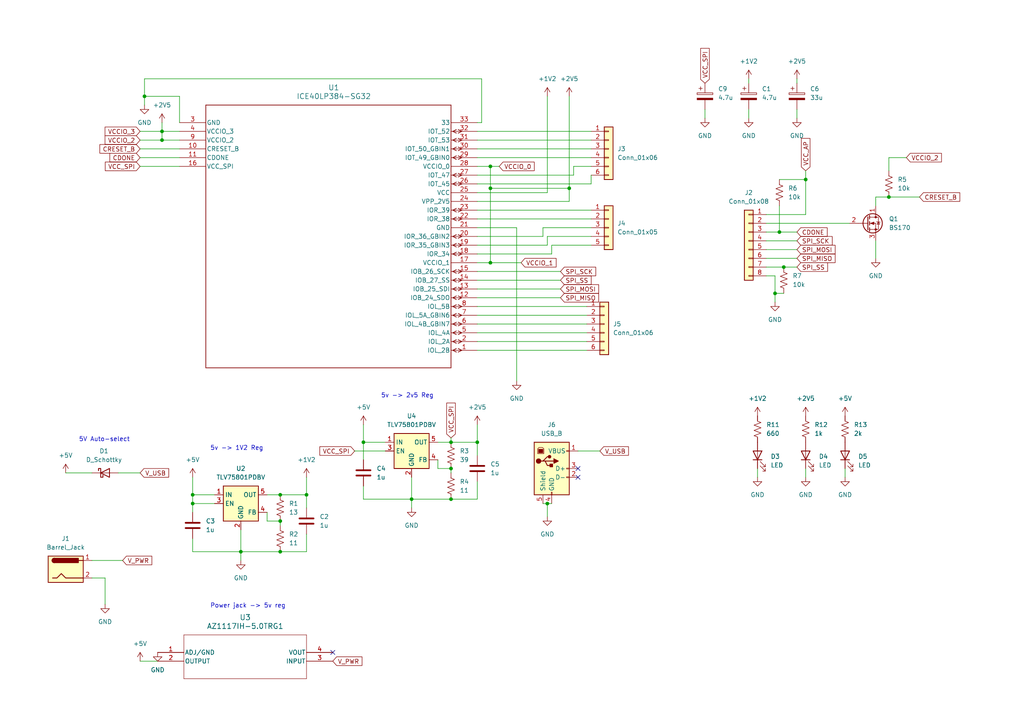
<source format=kicad_sch>
(kicad_sch (version 20230121) (generator eeschema)
  (paper "A4")
  (lib_symbols
    (symbol "AZ1117IH_5p0TRG1:AZ1117IH-5.0TRG1" (pin_names (offset 0.254))
      (property "Reference" "U" (at 25.4 10.16 0))
      (property "Value" "AZ1117IH-5.0TRG1" (at 25.4 7.62 0))
      (symbol "AZ1117IH-5.0TRG1_0_1"
        (polyline (pts (xy 7.62 -7.62) (xy 43.18 -7.62)) (stroke (width 0.127)))
        (polyline (pts (xy 7.62 5.08) (xy 7.62 -7.62)) (stroke (width 0.127)))
        (polyline (pts (xy 43.18 -7.62) (xy 43.18 5.08)) (stroke (width 0.127)))
        (polyline (pts (xy 43.18 5.08) (xy 7.62 5.08)) (stroke (width 0.127)))
        (pin power_out line (at 0 0 0) (length 7.62) (name "ADJ/GND") (number "1"))
        (pin output line (at 0 -2.54 0) (length 7.62) (name "OUTPUT") (number "2"))
        (pin input line (at 50.8 -2.54 180) (length 7.62) (name "INPUT") (number "3"))
        (pin output line (at 50.8 0 180) (length 7.62) (name "VOUT") (number "4"))
      )
    )
    (symbol "Connector:Barrel_Jack" (pin_names (offset 1.016))
      (property "Reference" "J" (at 0 5.334 0))
      (property "Value" "Barrel_Jack" (at 0 -5.08 0))
      (symbol "Barrel_Jack_0_1"
        (rectangle (start -5.08 3.81) (end 5.08 -3.81) (stroke (width 0.254)) (fill (type background)))
        (arc (start -3.302 3.175) (mid -3.9343 2.54) (end -3.302 1.905) (stroke (width 0.254)))
        (arc (start -3.302 3.175) (mid -3.9343 2.54) (end -3.302 1.905) (stroke (width 0.254)) (fill (type outline)))
        (polyline (pts (xy 5.08 2.54) (xy 3.81 2.54)) (stroke (width 0.254)))
        (polyline (pts (xy -3.81 -2.54) (xy -2.54 -2.54) (xy -1.27 -1.27) (xy 0 -2.54) (xy 2.54 -2.54) (xy 5.08 -2.54)) (stroke (width 0.254)))
        (rectangle (start 3.683 3.175) (end -3.302 1.905) (stroke (width 0.254)) (fill (type outline)))
      )
      (symbol "Barrel_Jack_1_1"
        (pin passive line (at 7.62 2.54 180) (length 2.54) (name "~") (number "1"))
        (pin passive line (at 7.62 -2.54 180) (length 2.54) (name "~") (number "2"))
      )
    )
    (symbol "Connector:USB_B" (pin_names (offset 1.016))
      (property "Reference" "J" (at -5.08 11.43 0))
      (property "Value" "USB_B" (at -5.08 8.89 0))
      (symbol "USB_B_0_1"
        (rectangle (start -5.08 -7.62) (end 5.08 7.62) (stroke (width 0.254)) (fill (type background)))
        (circle (center -3.81 2.159) (radius 0.635) (stroke (width 0.254)) (fill (type outline)))
        (rectangle (start -3.81 5.588) (end -2.54 4.572) (fill (type outline)))
        (circle (center -0.635 3.429) (radius 0.381) (stroke (width 0.254)) (fill (type outline)))
        (rectangle (start -0.127 -7.62) (end 0.127 -6.858))
        (polyline (pts (xy -1.905 2.159) (xy 0.635 2.159)) (stroke (width 0.254)))
        (polyline (pts (xy -3.175 2.159) (xy -2.54 2.159) (xy -1.27 3.429) (xy -0.635 3.429)) (stroke (width 0.254)))
        (polyline (pts (xy -2.54 2.159) (xy -1.905 2.159) (xy -1.27 0.889) (xy 0 0.889)) (stroke (width 0.254)))
        (polyline (pts (xy 0.635 2.794) (xy 0.635 1.524) (xy 1.905 2.159) (xy 0.635 2.794)) (stroke (width 0.254)) (fill (type outline)))
        (polyline (pts (xy -4.064 4.318) (xy -2.286 4.318) (xy -2.286 5.715) (xy -2.667 6.096) (xy -3.683 6.096) (xy -4.064 5.715) (xy -4.064 4.318)))
        (rectangle (start 0.254 1.27) (end -0.508 0.508) (stroke (width 0.254)) (fill (type outline)))
        (rectangle (start 5.08 -2.667) (end 4.318 -2.413))
        (rectangle (start 5.08 -0.127) (end 4.318 0.127))
        (rectangle (start 5.08 4.953) (end 4.318 5.207))
      )
      (symbol "USB_B_1_1"
        (pin power_out line (at 7.62 5.08 180) (length 2.54) (name "VBUS") (number "1"))
        (pin bidirectional line (at 7.62 -2.54 180) (length 2.54) (name "D-") (number "2"))
        (pin bidirectional line (at 7.62 0 180) (length 2.54) (name "D+") (number "3"))
        (pin power_out line (at 0 -10.16 90) (length 2.54) (name "GND") (number "4"))
        (pin passive line (at -2.54 -10.16 90) (length 2.54) (name "Shield") (number "5"))
      )
    )
    (symbol "Connector_Generic:Conn_01x05" (pin_names (offset 1.016) hide)
      (property "Reference" "J" (at 0 7.62 0))
      (property "Value" "Conn_01x05" (at 0 -7.62 0))
      (symbol "Conn_01x05_1_1"
        (rectangle (start -1.27 -4.953) (end 0 -5.207) (stroke (width 0.1524)))
        (rectangle (start -1.27 -2.413) (end 0 -2.667) (stroke (width 0.1524)))
        (rectangle (start -1.27 0.127) (end 0 -0.127) (stroke (width 0.1524)))
        (rectangle (start -1.27 2.667) (end 0 2.413) (stroke (width 0.1524)))
        (rectangle (start -1.27 5.207) (end 0 4.953) (stroke (width 0.1524)))
        (rectangle (start -1.27 6.35) (end 1.27 -6.35) (stroke (width 0.254)) (fill (type background)))
        (pin passive line (at -5.08 5.08 0) (length 3.81) (name "Pin_1") (number "1"))
        (pin passive line (at -5.08 2.54 0) (length 3.81) (name "Pin_2") (number "2"))
        (pin passive line (at -5.08 0 0) (length 3.81) (name "Pin_3") (number "3"))
        (pin passive line (at -5.08 -2.54 0) (length 3.81) (name "Pin_4") (number "4"))
        (pin passive line (at -5.08 -5.08 0) (length 3.81) (name "Pin_5") (number "5"))
      )
    )
    (symbol "Connector_Generic:Conn_01x06" (pin_names (offset 1.016) hide)
      (property "Reference" "J" (at 0 7.62 0))
      (property "Value" "Conn_01x06" (at 0 -10.16 0))
      (symbol "Conn_01x06_1_1"
        (rectangle (start -1.27 -7.493) (end 0 -7.747) (stroke (width 0.1524)))
        (rectangle (start -1.27 -4.953) (end 0 -5.207) (stroke (width 0.1524)))
        (rectangle (start -1.27 -2.413) (end 0 -2.667) (stroke (width 0.1524)))
        (rectangle (start -1.27 0.127) (end 0 -0.127) (stroke (width 0.1524)))
        (rectangle (start -1.27 2.667) (end 0 2.413) (stroke (width 0.1524)))
        (rectangle (start -1.27 5.207) (end 0 4.953) (stroke (width 0.1524)))
        (rectangle (start -1.27 6.35) (end 1.27 -8.89) (stroke (width 0.254)) (fill (type background)))
        (pin passive line (at -5.08 5.08 0) (length 3.81) (name "Pin_1") (number "1"))
        (pin passive line (at -5.08 2.54 0) (length 3.81) (name "Pin_2") (number "2"))
        (pin passive line (at -5.08 0 0) (length 3.81) (name "Pin_3") (number "3"))
        (pin passive line (at -5.08 -2.54 0) (length 3.81) (name "Pin_4") (number "4"))
        (pin passive line (at -5.08 -5.08 0) (length 3.81) (name "Pin_5") (number "5"))
        (pin passive line (at -5.08 -7.62 0) (length 3.81) (name "Pin_6") (number "6"))
      )
    )
    (symbol "Connector_Generic:Conn_01x08" (pin_names (offset 1.016) hide)
      (property "Reference" "J" (at 0 10.16 0))
      (property "Value" "Conn_01x08" (at 0 -12.7 0))
      (symbol "Conn_01x08_1_1"
        (rectangle (start -1.27 -10.033) (end 0 -10.287) (stroke (width 0.1524)))
        (rectangle (start -1.27 -7.493) (end 0 -7.747) (stroke (width 0.1524)))
        (rectangle (start -1.27 -4.953) (end 0 -5.207) (stroke (width 0.1524)))
        (rectangle (start -1.27 -2.413) (end 0 -2.667) (stroke (width 0.1524)))
        (rectangle (start -1.27 0.127) (end 0 -0.127) (stroke (width 0.1524)))
        (rectangle (start -1.27 2.667) (end 0 2.413) (stroke (width 0.1524)))
        (rectangle (start -1.27 5.207) (end 0 4.953) (stroke (width 0.1524)))
        (rectangle (start -1.27 7.747) (end 0 7.493) (stroke (width 0.1524)))
        (rectangle (start -1.27 8.89) (end 1.27 -11.43) (stroke (width 0.254)) (fill (type background)))
        (pin passive line (at -5.08 7.62 0) (length 3.81) (name "Pin_1") (number "1"))
        (pin passive line (at -5.08 5.08 0) (length 3.81) (name "Pin_2") (number "2"))
        (pin passive line (at -5.08 2.54 0) (length 3.81) (name "Pin_3") (number "3"))
        (pin passive line (at -5.08 0 0) (length 3.81) (name "Pin_4") (number "4"))
        (pin passive line (at -5.08 -2.54 0) (length 3.81) (name "Pin_5") (number "5"))
        (pin passive line (at -5.08 -5.08 0) (length 3.81) (name "Pin_6") (number "6"))
        (pin passive line (at -5.08 -7.62 0) (length 3.81) (name "Pin_7") (number "7"))
        (pin passive line (at -5.08 -10.16 0) (length 3.81) (name "Pin_8") (number "8"))
      )
    )
    (symbol "Device:C" (pin_numbers hide) (pin_names (offset 0.254))
      (property "Reference" "C" (at 0.635 2.54 0))
      (property "Value" "C" (at 0.635 -2.54 0))
      (symbol "C_0_1"
        (polyline (pts (xy -2.032 -0.762) (xy 2.032 -0.762)) (stroke (width 0.508)))
        (polyline (pts (xy -2.032 0.762) (xy 2.032 0.762)) (stroke (width 0.508)))
      )
      (symbol "C_1_1"
        (pin passive line (at 0 3.81 270) (length 2.794) (name "~") (number "1"))
        (pin passive line (at 0 -3.81 90) (length 2.794) (name "~") (number "2"))
      )
    )
    (symbol "Device:C_Polarized" (pin_numbers hide) (pin_names (offset 0.254))
      (property "Reference" "C" (at 0.635 2.54 0))
      (property "Value" "C_Polarized" (at 0.635 -2.54 0))
      (symbol "C_Polarized_0_1"
        (rectangle (start -2.286 0.508) (end 2.286 1.016))
        (polyline (pts (xy -1.778 2.286) (xy -0.762 2.286)))
        (polyline (pts (xy -1.27 2.794) (xy -1.27 1.778)))
        (rectangle (start 2.286 -0.508) (end -2.286 -1.016) (fill (type outline)))
      )
      (symbol "C_Polarized_1_1"
        (pin passive line (at 0 3.81 270) (length 2.794) (name "~") (number "1"))
        (pin passive line (at 0 -3.81 90) (length 2.794) (name "~") (number "2"))
      )
    )
    (symbol "Device:D_Schottky" (pin_numbers hide) (pin_names (offset 1.016) hide)
      (property "Reference" "D" (at 0 2.54 0))
      (property "Value" "D_Schottky" (at 0 -2.54 0))
      (symbol "D_Schottky_0_1"
        (polyline (pts (xy 1.27 0) (xy -1.27 0)))
        (polyline (pts (xy 1.27 1.27) (xy 1.27 -1.27) (xy -1.27 0) (xy 1.27 1.27)) (stroke (width 0.254)))
        (polyline (pts (xy -1.905 0.635) (xy -1.905 1.27) (xy -1.27 1.27) (xy -1.27 -1.27) (xy -0.635 -1.27) (xy -0.635 -0.635)) (stroke (width 0.254)))
      )
      (symbol "D_Schottky_1_1"
        (pin passive line (at -3.81 0 0) (length 2.54) (name "K") (number "1"))
        (pin passive line (at 3.81 0 180) (length 2.54) (name "A") (number "2"))
      )
    )
    (symbol "Device:LED" (pin_numbers hide) (pin_names (offset 1.016) hide)
      (property "Reference" "D" (at 0 2.54 0))
      (property "Value" "LED" (at 0 -2.54 0))
      (symbol "LED_0_1"
        (polyline (pts (xy -1.27 -1.27) (xy -1.27 1.27)) (stroke (width 0.254)))
        (polyline (pts (xy -1.27 0) (xy 1.27 0)))
        (polyline (pts (xy 1.27 -1.27) (xy 1.27 1.27) (xy -1.27 0) (xy 1.27 -1.27)) (stroke (width 0.254)))
        (polyline (pts (xy -3.048 -0.762) (xy -4.572 -2.286) (xy -3.81 -2.286) (xy -4.572 -2.286) (xy -4.572 -1.524)))
        (polyline (pts (xy -1.778 -0.762) (xy -3.302 -2.286) (xy -2.54 -2.286) (xy -3.302 -2.286) (xy -3.302 -1.524)))
      )
      (symbol "LED_1_1"
        (pin passive line (at -3.81 0 0) (length 2.54) (name "K") (number "1"))
        (pin passive line (at 3.81 0 180) (length 2.54) (name "A") (number "2"))
      )
    )
    (symbol "Device:R_US" (pin_numbers hide) (pin_names (offset 0))
      (property "Reference" "R" (at 2.54 0 90))
      (property "Value" "R_US" (at -2.54 0 90))
      (symbol "R_US_0_1"
        (polyline (pts (xy 0 -2.286) (xy 0 -2.54)))
        (polyline (pts (xy 0 2.286) (xy 0 2.54)))
        (polyline (pts (xy 0 -0.762) (xy 1.016 -1.143) (xy 0 -1.524) (xy -1.016 -1.905) (xy 0 -2.286)))
        (polyline (pts (xy 0 0.762) (xy 1.016 0.381) (xy 0 0) (xy -1.016 -0.381) (xy 0 -0.762)))
        (polyline (pts (xy 0 2.286) (xy 1.016 1.905) (xy 0 1.524) (xy -1.016 1.143) (xy 0 0.762)))
      )
      (symbol "R_US_1_1"
        (pin passive line (at 0 3.81 270) (length 1.27) (name "~") (number "1"))
        (pin passive line (at 0 -3.81 90) (length 1.27) (name "~") (number "2"))
      )
    )
    (symbol "ICE40_LP_QFN:ICE40LP384-SG32" (pin_names (offset 0.254))
      (property "Reference" "U" (at 43.18 10.16 0))
      (property "Value" "ICE40LP384-SG32" (at 43.18 7.62 0))
      (symbol "ICE40LP384-SG32_0_1"
        (polyline (pts (xy 7.62 -71.12) (xy 78.74 -71.12)) (stroke (width 0.2032)))
        (polyline (pts (xy 7.62 5.08) (xy 7.62 -71.12)) (stroke (width 0.2032)))
        (polyline (pts (xy 78.74 -71.12) (xy 78.74 5.08)) (stroke (width 0.2032)))
        (polyline (pts (xy 78.74 5.08) (xy 7.62 5.08)) (stroke (width 0.2032)))
        (polyline (pts (xy 79.2607 -66.04) (xy 80.3021 -66.5607)) (stroke (width 0.2032)))
        (polyline (pts (xy 79.2607 -66.04) (xy 80.3021 -65.5193)) (stroke (width 0.2032)))
        (polyline (pts (xy 79.2607 -63.5) (xy 80.3021 -64.0207)) (stroke (width 0.2032)))
        (polyline (pts (xy 79.2607 -63.5) (xy 80.3021 -62.9793)) (stroke (width 0.2032)))
        (polyline (pts (xy 79.2607 -60.96) (xy 80.3021 -61.4807)) (stroke (width 0.2032)))
        (polyline (pts (xy 79.2607 -60.96) (xy 80.3021 -60.4393)) (stroke (width 0.2032)))
        (polyline (pts (xy 79.2607 -58.42) (xy 80.3021 -58.9407)) (stroke (width 0.2032)))
        (polyline (pts (xy 79.2607 -58.42) (xy 80.3021 -57.8993)) (stroke (width 0.2032)))
        (polyline (pts (xy 79.2607 -55.88) (xy 80.3021 -56.4007)) (stroke (width 0.2032)))
        (polyline (pts (xy 79.2607 -55.88) (xy 80.3021 -55.3593)) (stroke (width 0.2032)))
        (polyline (pts (xy 79.2607 -53.34) (xy 80.3021 -53.8607)) (stroke (width 0.2032)))
        (polyline (pts (xy 79.2607 -53.34) (xy 80.3021 -52.8193)) (stroke (width 0.2032)))
        (polyline (pts (xy 79.2607 -50.8) (xy 80.3021 -51.3207)) (stroke (width 0.2032)))
        (polyline (pts (xy 79.2607 -50.8) (xy 80.3021 -50.2793)) (stroke (width 0.2032)))
        (polyline (pts (xy 79.2607 -48.26) (xy 80.3021 -48.7807)) (stroke (width 0.2032)))
        (polyline (pts (xy 79.2607 -48.26) (xy 80.3021 -47.7393)) (stroke (width 0.2032)))
        (polyline (pts (xy 79.2607 -45.72) (xy 80.3021 -46.2407)) (stroke (width 0.2032)))
        (polyline (pts (xy 79.2607 -45.72) (xy 80.3021 -45.1993)) (stroke (width 0.2032)))
        (polyline (pts (xy 79.2607 -43.18) (xy 80.3021 -43.7007)) (stroke (width 0.2032)))
        (polyline (pts (xy 79.2607 -43.18) (xy 80.3021 -42.6593)) (stroke (width 0.2032)))
        (polyline (pts (xy 79.2607 -38.1) (xy 80.3021 -38.6207)) (stroke (width 0.2032)))
        (polyline (pts (xy 79.2607 -38.1) (xy 80.3021 -37.5793)) (stroke (width 0.2032)))
        (polyline (pts (xy 79.2607 -35.56) (xy 80.3021 -36.0807)) (stroke (width 0.2032)))
        (polyline (pts (xy 79.2607 -35.56) (xy 80.3021 -35.0393)) (stroke (width 0.2032)))
        (polyline (pts (xy 79.2607 -33.02) (xy 80.3021 -33.5407)) (stroke (width 0.2032)))
        (polyline (pts (xy 79.2607 -33.02) (xy 80.3021 -32.4993)) (stroke (width 0.2032)))
        (polyline (pts (xy 79.2607 -27.94) (xy 80.3021 -28.4607)) (stroke (width 0.2032)))
        (polyline (pts (xy 79.2607 -27.94) (xy 80.3021 -27.4193)) (stroke (width 0.2032)))
        (polyline (pts (xy 79.2607 -25.4) (xy 80.3021 -25.9207)) (stroke (width 0.2032)))
        (polyline (pts (xy 79.2607 -25.4) (xy 80.3021 -24.8793)) (stroke (width 0.2032)))
        (polyline (pts (xy 79.2607 -17.78) (xy 80.3021 -18.3007)) (stroke (width 0.2032)))
        (polyline (pts (xy 79.2607 -17.78) (xy 80.3021 -17.2593)) (stroke (width 0.2032)))
        (polyline (pts (xy 79.2607 -15.24) (xy 80.3021 -15.7607)) (stroke (width 0.2032)))
        (polyline (pts (xy 79.2607 -15.24) (xy 80.3021 -14.7193)) (stroke (width 0.2032)))
        (polyline (pts (xy 79.2607 -10.16) (xy 80.3021 -10.6807)) (stroke (width 0.2032)))
        (polyline (pts (xy 79.2607 -10.16) (xy 80.3021 -9.6393)) (stroke (width 0.2032)))
        (polyline (pts (xy 79.2607 -7.62) (xy 80.3021 -8.1407)) (stroke (width 0.2032)))
        (polyline (pts (xy 79.2607 -7.62) (xy 80.3021 -7.0993)) (stroke (width 0.2032)))
        (polyline (pts (xy 79.2607 -5.08) (xy 80.3021 -5.6007)) (stroke (width 0.2032)))
        (polyline (pts (xy 79.2607 -5.08) (xy 80.3021 -4.5593)) (stroke (width 0.2032)))
        (polyline (pts (xy 79.2607 -2.54) (xy 80.3021 -3.0607)) (stroke (width 0.2032)))
        (polyline (pts (xy 79.2607 -2.54) (xy 80.3021 -2.0193)) (stroke (width 0.2032)))
        (polyline (pts (xy 80.8228 -66.5607) (xy 81.8642 -66.04)) (stroke (width 0.2032)))
        (polyline (pts (xy 80.8228 -65.5193) (xy 81.8642 -66.04)) (stroke (width 0.2032)))
        (polyline (pts (xy 80.8228 -64.0207) (xy 81.8642 -63.5)) (stroke (width 0.2032)))
        (polyline (pts (xy 80.8228 -62.9793) (xy 81.8642 -63.5)) (stroke (width 0.2032)))
        (polyline (pts (xy 80.8228 -61.4807) (xy 81.8642 -60.96)) (stroke (width 0.2032)))
        (polyline (pts (xy 80.8228 -60.4393) (xy 81.8642 -60.96)) (stroke (width 0.2032)))
        (polyline (pts (xy 80.8228 -58.9407) (xy 81.8642 -58.42)) (stroke (width 0.2032)))
        (polyline (pts (xy 80.8228 -57.8993) (xy 81.8642 -58.42)) (stroke (width 0.2032)))
        (polyline (pts (xy 80.8228 -56.4007) (xy 81.8642 -55.88)) (stroke (width 0.2032)))
        (polyline (pts (xy 80.8228 -55.3593) (xy 81.8642 -55.88)) (stroke (width 0.2032)))
        (polyline (pts (xy 80.8228 -53.8607) (xy 81.8642 -53.34)) (stroke (width 0.2032)))
        (polyline (pts (xy 80.8228 -52.8193) (xy 81.8642 -53.34)) (stroke (width 0.2032)))
        (polyline (pts (xy 80.8228 -51.3207) (xy 81.8642 -50.8)) (stroke (width 0.2032)))
        (polyline (pts (xy 80.8228 -50.2793) (xy 81.8642 -50.8)) (stroke (width 0.2032)))
        (polyline (pts (xy 80.8228 -48.7807) (xy 81.8642 -48.26)) (stroke (width 0.2032)))
        (polyline (pts (xy 80.8228 -47.7393) (xy 81.8642 -48.26)) (stroke (width 0.2032)))
        (polyline (pts (xy 80.8228 -46.2407) (xy 81.8642 -45.72)) (stroke (width 0.2032)))
        (polyline (pts (xy 80.8228 -45.1993) (xy 81.8642 -45.72)) (stroke (width 0.2032)))
        (polyline (pts (xy 80.8228 -43.7007) (xy 81.8642 -43.18)) (stroke (width 0.2032)))
        (polyline (pts (xy 80.8228 -42.6593) (xy 81.8642 -43.18)) (stroke (width 0.2032)))
        (polyline (pts (xy 80.8228 -38.6207) (xy 81.8642 -38.1)) (stroke (width 0.2032)))
        (polyline (pts (xy 80.8228 -37.5793) (xy 81.8642 -38.1)) (stroke (width 0.2032)))
        (polyline (pts (xy 80.8228 -36.0807) (xy 81.8642 -35.56)) (stroke (width 0.2032)))
        (polyline (pts (xy 80.8228 -35.0393) (xy 81.8642 -35.56)) (stroke (width 0.2032)))
        (polyline (pts (xy 80.8228 -33.5407) (xy 81.8642 -33.02)) (stroke (width 0.2032)))
        (polyline (pts (xy 80.8228 -32.4993) (xy 81.8642 -33.02)) (stroke (width 0.2032)))
        (polyline (pts (xy 80.8228 -28.4607) (xy 81.8642 -27.94)) (stroke (width 0.2032)))
        (polyline (pts (xy 80.8228 -27.4193) (xy 81.8642 -27.94)) (stroke (width 0.2032)))
        (polyline (pts (xy 80.8228 -25.9207) (xy 81.8642 -25.4)) (stroke (width 0.2032)))
        (polyline (pts (xy 80.8228 -24.8793) (xy 81.8642 -25.4)) (stroke (width 0.2032)))
        (polyline (pts (xy 80.8228 -18.3007) (xy 81.8642 -17.78)) (stroke (width 0.2032)))
        (polyline (pts (xy 80.8228 -17.2593) (xy 81.8642 -17.78)) (stroke (width 0.2032)))
        (polyline (pts (xy 80.8228 -15.7607) (xy 81.8642 -15.24)) (stroke (width 0.2032)))
        (polyline (pts (xy 80.8228 -14.7193) (xy 81.8642 -15.24)) (stroke (width 0.2032)))
        (polyline (pts (xy 80.8228 -10.6807) (xy 81.8642 -10.16)) (stroke (width 0.2032)))
        (polyline (pts (xy 80.8228 -9.6393) (xy 81.8642 -10.16)) (stroke (width 0.2032)))
        (polyline (pts (xy 80.8228 -8.1407) (xy 81.8642 -7.62)) (stroke (width 0.2032)))
        (polyline (pts (xy 80.8228 -7.0993) (xy 81.8642 -7.62)) (stroke (width 0.2032)))
        (polyline (pts (xy 80.8228 -5.6007) (xy 81.8642 -5.08)) (stroke (width 0.2032)))
        (polyline (pts (xy 80.8228 -4.5593) (xy 81.8642 -5.08)) (stroke (width 0.2032)))
        (polyline (pts (xy 80.8228 -3.0607) (xy 81.8642 -2.54)) (stroke (width 0.2032)))
        (polyline (pts (xy 80.8228 -2.0193) (xy 81.8642 -2.54)) (stroke (width 0.2032)))
        (pin bidirectional line (at 86.36 -66.04 180) (length 7.62) (name "IOL_2B") (number "1"))
        (pin unspecified line (at 0 -7.62 0) (length 7.62) (name "CRESET_B") (number "10"))
        (pin unspecified line (at 0 -10.16 0) (length 7.62) (name "CDONE") (number "11"))
        (pin bidirectional line (at 86.36 -50.8 180) (length 7.62) (name "IOB_24_SDO") (number "12"))
        (pin bidirectional line (at 86.36 -48.26 180) (length 7.62) (name "IOB_25_SDI") (number "13"))
        (pin bidirectional line (at 86.36 -45.72 180) (length 7.62) (name "IOB_27_SS") (number "14"))
        (pin bidirectional line (at 86.36 -43.18 180) (length 7.62) (name "IOB_26_SCK") (number "15"))
        (pin power_in line (at 0 -12.7 0) (length 7.62) (name "VCC_SPI") (number "16"))
        (pin power_in line (at 86.36 -40.64 180) (length 7.62) (name "VCCIO_1") (number "17"))
        (pin bidirectional line (at 86.36 -38.1 180) (length 7.62) (name "IOR_34") (number "18"))
        (pin bidirectional line (at 86.36 -35.56 180) (length 7.62) (name "IOR_35_GBIN3") (number "19"))
        (pin bidirectional line (at 86.36 -63.5 180) (length 7.62) (name "IOL_2A") (number "2"))
        (pin bidirectional line (at 86.36 -33.02 180) (length 7.62) (name "IOR_36_GBIN2") (number "20"))
        (pin power_in line (at 86.36 -30.48 180) (length 7.62) (name "GND") (number "21"))
        (pin bidirectional line (at 86.36 -27.94 180) (length 7.62) (name "IOR_38") (number "22"))
        (pin bidirectional line (at 86.36 -25.4 180) (length 7.62) (name "IOR_39") (number "23"))
        (pin power_in line (at 86.36 -22.86 180) (length 7.62) (name "VPP_2V5") (number "24"))
        (pin power_in line (at 86.36 -20.32 180) (length 7.62) (name "VCC") (number "25"))
        (pin bidirectional line (at 86.36 -17.78 180) (length 7.62) (name "IOT_45") (number "26"))
        (pin bidirectional line (at 86.36 -15.24 180) (length 7.62) (name "IOT_47") (number "27"))
        (pin power_in line (at 86.36 -12.7 180) (length 7.62) (name "VCCIO_0") (number "28"))
        (pin bidirectional line (at 86.36 -10.16 180) (length 7.62) (name "IOT_49_GBIN0") (number "29"))
        (pin power_in line (at 0 0 0) (length 7.62) (name "GND") (number "3"))
        (pin bidirectional line (at 86.36 -7.62 180) (length 7.62) (name "IOT_50_GBIN1") (number "30"))
        (pin bidirectional line (at 86.36 -5.08 180) (length 7.62) (name "IOT_53") (number "31"))
        (pin bidirectional line (at 86.36 -2.54 180) (length 7.62) (name "IOT_52") (number "32"))
        (pin unspecified line (at 86.36 0 180) (length 7.62) (name "33") (number "33"))
        (pin power_in line (at 0 -2.54 0) (length 7.62) (name "VCCIO_3") (number "4"))
        (pin bidirectional line (at 86.36 -60.96 180) (length 7.62) (name "IOL_4A") (number "5"))
        (pin bidirectional line (at 86.36 -58.42 180) (length 7.62) (name "IOL_4B_GBIN7") (number "6"))
        (pin bidirectional line (at 86.36 -55.88 180) (length 7.62) (name "IOL_5A_GBIN6") (number "7"))
        (pin bidirectional line (at 86.36 -53.34 180) (length 7.62) (name "IOL_5B") (number "8"))
        (pin power_in line (at 0 -5.08 0) (length 7.62) (name "VCCIO_2") (number "9"))
      )
    )
    (symbol "Regulator_Linear:TLV75801PDBV"
      (property "Reference" "U" (at -3.81 6.35 0))
      (property "Value" "TLV75801PDBV" (at 0 6.35 0))
      (symbol "TLV75801PDBV_0_1"
        (rectangle (start 5.08 -5.08) (end -5.08 5.08) (stroke (width 0.254)) (fill (type background)))
      )
      (symbol "TLV75801PDBV_1_1"
        (pin power_in line (at -7.62 2.54 0) (length 2.54) (name "IN") (number "1"))
        (pin power_in line (at 0 -7.62 90) (length 2.54) (name "GND") (number "2"))
        (pin input line (at -7.62 0 0) (length 2.54) (name "EN") (number "3"))
        (pin input line (at 7.62 -2.54 180) (length 2.54) (name "FB") (number "4"))
        (pin power_out line (at 7.62 2.54 180) (length 2.54) (name "OUT") (number "5"))
      )
    )
    (symbol "Transistor_FET:BS170" (pin_names hide)
      (property "Reference" "Q" (at 5.08 1.905 0))
      (property "Value" "BS170" (at 5.08 0 0))
      (symbol "BS170_0_1"
        (polyline (pts (xy 0.254 0) (xy -2.54 0)))
        (polyline (pts (xy 0.254 1.905) (xy 0.254 -1.905)) (stroke (width 0.254)))
        (polyline (pts (xy 0.762 -1.27) (xy 0.762 -2.286)) (stroke (width 0.254)))
        (polyline (pts (xy 0.762 0.508) (xy 0.762 -0.508)) (stroke (width 0.254)))
        (polyline (pts (xy 0.762 2.286) (xy 0.762 1.27)) (stroke (width 0.254)))
        (polyline (pts (xy 2.54 2.54) (xy 2.54 1.778)))
        (polyline (pts (xy 2.54 -2.54) (xy 2.54 0) (xy 0.762 0)))
        (polyline (pts (xy 0.762 -1.778) (xy 3.302 -1.778) (xy 3.302 1.778) (xy 0.762 1.778)))
        (polyline (pts (xy 1.016 0) (xy 2.032 0.381) (xy 2.032 -0.381) (xy 1.016 0)) (fill (type outline)))
        (polyline (pts (xy 2.794 0.508) (xy 2.921 0.381) (xy 3.683 0.381) (xy 3.81 0.254)))
        (polyline (pts (xy 3.302 0.381) (xy 2.921 -0.254) (xy 3.683 -0.254) (xy 3.302 0.381)))
        (circle (center 1.651 0) (radius 2.794) (stroke (width 0.254)))
        (circle (center 2.54 -1.778) (radius 0.254) (fill (type outline)))
        (circle (center 2.54 1.778) (radius 0.254) (fill (type outline)))
      )
      (symbol "BS170_1_1"
        (pin passive line (at 2.54 5.08 270) (length 2.54) (name "D") (number "1"))
        (pin input line (at -5.08 0 0) (length 2.54) (name "G") (number "2"))
        (pin passive line (at 2.54 -5.08 90) (length 2.54) (name "S") (number "3"))
      )
    )
    (symbol "power:+1V2" (power) (pin_names (offset 0))
      (property "Value" "+1V2" (at 0 3.556 0))
      (symbol "+1V2_0_1"
        (polyline (pts (xy -0.762 1.27) (xy 0 2.54)))
        (polyline (pts (xy 0 0) (xy 0 2.54)))
        (polyline (pts (xy 0 2.54) (xy 0.762 1.27)))
      )
      (symbol "+1V2_1_1"
        (pin power_in line (at 0 0 90) (length 0) hide (name "+1V2") (number "1"))
      )
    )
    (symbol "power:+2V5" (power) (pin_names (offset 0))
      (property "Value" "+2V5" (at 0 3.556 0))
      (symbol "+2V5_0_1"
        (polyline (pts (xy -0.762 1.27) (xy 0 2.54)))
        (polyline (pts (xy 0 0) (xy 0 2.54)))
        (polyline (pts (xy 0 2.54) (xy 0.762 1.27)))
      )
      (symbol "+2V5_1_1"
        (pin power_in line (at 0 0 90) (length 0) hide (name "+2V5") (number "1"))
      )
    )
    (symbol "power:+5V" (power) (pin_names (offset 0))
      (property "Value" "+5V" (at 0 3.556 0))
      (symbol "+5V_0_1"
        (polyline (pts (xy -0.762 1.27) (xy 0 2.54)))
        (polyline (pts (xy 0 0) (xy 0 2.54)))
        (polyline (pts (xy 0 2.54) (xy 0.762 1.27)))
      )
      (symbol "+5V_1_1"
        (pin power_in line (at 0 0 90) (length 0) hide (name "+5V") (number "1"))
      )
    )
    (symbol "power:GND" (power) (pin_names (offset 0))
      (property "Value" "GND" (at 0 -3.81 0))
      (symbol "GND_0_1"
        (polyline (pts (xy 0 0) (xy 0 -1.27) (xy 1.27 -1.27) (xy 0 -2.54) (xy -1.27 -1.27) (xy 0 -1.27)))
      )
      (symbol "GND_1_1"
        (pin power_in line (at 0 0 270) (length 0) hide (name "GND") (number "1"))
      )
    )
  )
  (junction (at 224.79 85.09))
  (junction (at 142.24 54.61))
  (junction (at 46.99 38.1))
  (junction (at 165.1 54.61))
  (junction (at 130.81 135.89))
  (junction (at 81.28 143.51))
  (junction (at 81.28 151.13))
  (junction (at 227.33 77.47))
  (junction (at 257.81 57.15))
  (junction (at 158.75 146.05))
  (junction (at 55.88 146.05))
  (junction (at 69.85 160.02))
  (junction (at 55.88 143.51))
  (junction (at 138.43 128.27))
  (junction (at 88.9 143.51))
  (junction (at 130.81 144.78))
  (junction (at 226.06 67.31))
  (junction (at 41.91 27.94))
  (junction (at 81.28 160.02))
  (junction (at 130.81 128.27))
  (junction (at 142.24 48.26))
  (junction (at 46.99 40.64))
  (junction (at 142.24 76.2))
  (junction (at 233.68 52.07))
  (junction (at 119.38 144.78))
  (junction (at 105.41 128.27))
  (no_connect (at 167.64 135.89))
  (no_connect (at 96.52 189.23))
  (no_connect (at 167.64 138.43))
  (wire (pts (xy 138.43 132.08) (xy 138.43 128.27)))
  (wire (pts (xy 138.43 60.96) (xy 171.45 60.96)))
  (wire (pts (xy 40.64 45.72) (xy 52.07 45.72)))
  (wire (pts (xy 138.43 43.18) (xy 171.45 43.18)))
  (wire (pts (xy 222.25 77.47) (xy 227.33 77.47)))
  (wire (pts (xy 19.05 137.16) (xy 26.67 137.16)))
  (wire (pts (xy 254 57.15) (xy 257.81 57.15)))
  (wire (pts (xy 105.41 123.19) (xy 105.41 128.27)))
  (wire (pts (xy 41.91 27.94) (xy 52.07 27.94)))
  (wire (pts (xy 138.43 50.8) (xy 166.37 50.8)))
  (wire (pts (xy 254 59.69) (xy 254 57.15)))
  (wire (pts (xy 160.02 73.66) (xy 138.43 73.66)))
  (wire (pts (xy 158.75 55.88) (xy 158.75 27.94)))
  (wire (pts (xy 224.79 85.09) (xy 227.33 85.09)))
  (wire (pts (xy 224.79 80.01) (xy 224.79 85.09)))
  (wire (pts (xy 69.85 160.02) (xy 69.85 162.56)))
  (wire (pts (xy 26.67 162.56) (xy 35.56 162.56)))
  (wire (pts (xy 138.43 66.04) (xy 149.86 66.04)))
  (wire (pts (xy 217.17 31.75) (xy 217.17 34.29)))
  (wire (pts (xy 77.47 143.51) (xy 81.28 143.51)))
  (wire (pts (xy 88.9 143.51) (xy 81.28 143.51)))
  (wire (pts (xy 138.43 96.52) (xy 170.18 96.52)))
  (wire (pts (xy 254 69.85) (xy 254 74.93)))
  (wire (pts (xy 171.45 71.12) (xy 160.02 71.12)))
  (wire (pts (xy 171.45 50.8) (xy 171.45 53.34)))
  (wire (pts (xy 119.38 138.43) (xy 119.38 144.78)))
  (wire (pts (xy 81.28 160.02) (xy 88.9 160.02)))
  (wire (pts (xy 88.9 154.94) (xy 88.9 160.02)))
  (wire (pts (xy 30.48 167.64) (xy 30.48 175.26)))
  (wire (pts (xy 158.75 68.58) (xy 158.75 71.12)))
  (wire (pts (xy 127 135.89) (xy 130.81 135.89)))
  (wire (pts (xy 105.41 140.97) (xy 105.41 144.78)))
  (wire (pts (xy 158.75 146.05) (xy 158.75 149.86)))
  (wire (pts (xy 139.7 22.86) (xy 41.91 22.86)))
  (wire (pts (xy 40.64 40.64) (xy 46.99 40.64)))
  (wire (pts (xy 204.47 31.75) (xy 204.47 34.29)))
  (wire (pts (xy 130.81 144.78) (xy 138.43 144.78)))
  (wire (pts (xy 142.24 48.26) (xy 142.24 54.61)))
  (wire (pts (xy 130.81 137.16) (xy 130.81 135.89)))
  (wire (pts (xy 138.43 76.2) (xy 142.24 76.2)))
  (wire (pts (xy 217.17 22.86) (xy 217.17 24.13)))
  (wire (pts (xy 127 128.27) (xy 130.81 128.27)))
  (wire (pts (xy 138.43 48.26) (xy 142.24 48.26)))
  (wire (pts (xy 111.76 128.27) (xy 105.41 128.27)))
  (wire (pts (xy 171.45 53.34) (xy 138.43 53.34)))
  (wire (pts (xy 138.43 78.74) (xy 162.56 78.74)))
  (wire (pts (xy 167.64 130.81) (xy 173.99 130.81)))
  (wire (pts (xy 138.43 91.44) (xy 170.18 91.44)))
  (wire (pts (xy 40.64 48.26) (xy 52.07 48.26)))
  (wire (pts (xy 157.48 66.04) (xy 171.45 66.04)))
  (wire (pts (xy 257.81 57.15) (xy 266.7 57.15)))
  (wire (pts (xy 166.37 50.8) (xy 166.37 48.26)))
  (wire (pts (xy 138.43 38.1) (xy 171.45 38.1)))
  (wire (pts (xy 105.41 128.27) (xy 105.41 133.35)))
  (wire (pts (xy 233.68 52.07) (xy 233.68 49.53)))
  (wire (pts (xy 62.23 143.51) (xy 55.88 143.51)))
  (wire (pts (xy 138.43 81.28) (xy 162.56 81.28)))
  (wire (pts (xy 142.24 76.2) (xy 151.13 76.2)))
  (wire (pts (xy 40.64 43.18) (xy 52.07 43.18)))
  (wire (pts (xy 158.75 71.12) (xy 138.43 71.12)))
  (wire (pts (xy 41.91 27.94) (xy 41.91 30.48)))
  (wire (pts (xy 26.67 167.64) (xy 30.48 167.64)))
  (wire (pts (xy 105.41 144.78) (xy 119.38 144.78)))
  (wire (pts (xy 222.25 72.39) (xy 231.14 72.39)))
  (wire (pts (xy 138.43 93.98) (xy 170.18 93.98)))
  (wire (pts (xy 138.43 101.6) (xy 170.18 101.6)))
  (wire (pts (xy 231.14 31.75) (xy 231.14 34.29)))
  (wire (pts (xy 88.9 147.32) (xy 88.9 143.51)))
  (wire (pts (xy 127 135.89) (xy 127 133.35)))
  (wire (pts (xy 158.75 146.05) (xy 160.02 146.05)))
  (wire (pts (xy 222.25 74.93) (xy 231.14 74.93)))
  (wire (pts (xy 46.99 40.64) (xy 52.07 40.64)))
  (wire (pts (xy 138.43 55.88) (xy 158.75 55.88)))
  (wire (pts (xy 130.81 127) (xy 130.81 128.27)))
  (wire (pts (xy 55.88 138.43) (xy 55.88 143.51)))
  (wire (pts (xy 69.85 160.02) (xy 81.28 160.02)))
  (wire (pts (xy 119.38 144.78) (xy 130.81 144.78)))
  (wire (pts (xy 257.81 49.53) (xy 257.81 45.72)))
  (wire (pts (xy 77.47 151.13) (xy 81.28 151.13)))
  (wire (pts (xy 219.71 135.89) (xy 219.71 138.43)))
  (wire (pts (xy 119.38 144.78) (xy 119.38 147.32)))
  (wire (pts (xy 224.79 85.09) (xy 224.79 87.63)))
  (wire (pts (xy 41.91 22.86) (xy 41.91 27.94)))
  (wire (pts (xy 138.43 99.06) (xy 170.18 99.06)))
  (wire (pts (xy 138.43 139.7) (xy 138.43 144.78)))
  (wire (pts (xy 52.07 27.94) (xy 52.07 35.56)))
  (wire (pts (xy 226.06 52.07) (xy 233.68 52.07)))
  (wire (pts (xy 62.23 146.05) (xy 55.88 146.05)))
  (wire (pts (xy 55.88 156.21) (xy 55.88 160.02)))
  (wire (pts (xy 138.43 58.42) (xy 165.1 58.42)))
  (wire (pts (xy 142.24 48.26) (xy 144.78 48.26)))
  (wire (pts (xy 222.25 80.01) (xy 224.79 80.01)))
  (wire (pts (xy 138.43 40.64) (xy 171.45 40.64)))
  (wire (pts (xy 157.48 146.05) (xy 158.75 146.05)))
  (wire (pts (xy 77.47 151.13) (xy 77.47 148.59)))
  (wire (pts (xy 138.43 128.27) (xy 130.81 128.27)))
  (wire (pts (xy 245.11 135.89) (xy 245.11 138.43)))
  (wire (pts (xy 142.24 54.61) (xy 165.1 54.61)))
  (wire (pts (xy 165.1 27.94) (xy 165.1 54.61)))
  (wire (pts (xy 138.43 123.19) (xy 138.43 128.27)))
  (wire (pts (xy 227.33 77.47) (xy 231.14 77.47)))
  (wire (pts (xy 81.28 152.4) (xy 81.28 151.13)))
  (wire (pts (xy 138.43 86.36) (xy 162.56 86.36)))
  (wire (pts (xy 233.68 135.89) (xy 233.68 138.43)))
  (wire (pts (xy 222.25 69.85) (xy 231.14 69.85)))
  (wire (pts (xy 139.7 35.56) (xy 139.7 22.86)))
  (wire (pts (xy 138.43 68.58) (xy 157.48 68.58)))
  (wire (pts (xy 222.25 62.23) (xy 233.68 62.23)))
  (wire (pts (xy 138.43 45.72) (xy 171.45 45.72)))
  (wire (pts (xy 222.25 64.77) (xy 246.38 64.77)))
  (wire (pts (xy 166.37 48.26) (xy 171.45 48.26)))
  (wire (pts (xy 233.68 62.23) (xy 233.68 52.07)))
  (wire (pts (xy 46.99 38.1) (xy 52.07 38.1)))
  (wire (pts (xy 40.64 38.1) (xy 46.99 38.1)))
  (wire (pts (xy 149.86 66.04) (xy 149.86 110.49)))
  (wire (pts (xy 55.88 146.05) (xy 55.88 148.59)))
  (wire (pts (xy 102.87 130.81) (xy 111.76 130.81)))
  (wire (pts (xy 171.45 68.58) (xy 158.75 68.58)))
  (wire (pts (xy 40.64 191.77) (xy 45.72 191.77)))
  (wire (pts (xy 138.43 35.56) (xy 139.7 35.56)))
  (wire (pts (xy 138.43 88.9) (xy 170.18 88.9)))
  (wire (pts (xy 142.24 54.61) (xy 142.24 76.2)))
  (wire (pts (xy 157.48 68.58) (xy 157.48 66.04)))
  (wire (pts (xy 165.1 54.61) (xy 165.1 58.42)))
  (wire (pts (xy 55.88 146.05) (xy 55.88 143.51)))
  (wire (pts (xy 138.43 83.82) (xy 162.56 83.82)))
  (wire (pts (xy 88.9 138.43) (xy 88.9 143.51)))
  (wire (pts (xy 55.88 160.02) (xy 69.85 160.02)))
  (wire (pts (xy 34.29 137.16) (xy 40.64 137.16)))
  (wire (pts (xy 160.02 71.12) (xy 160.02 73.66)))
  (wire (pts (xy 46.99 38.1) (xy 46.99 40.64)))
  (wire (pts (xy 138.43 63.5) (xy 171.45 63.5)))
  (wire (pts (xy 226.06 67.31) (xy 231.14 67.31)))
  (wire (pts (xy 231.14 22.86) (xy 231.14 24.13)))
  (wire (pts (xy 222.25 67.31) (xy 226.06 67.31)))
  (wire (pts (xy 226.06 59.69) (xy 226.06 67.31)))
  (wire (pts (xy 46.99 35.56) (xy 46.99 38.1)))
  (wire (pts (xy 257.81 45.72) (xy 262.89 45.72)))
  (wire (pts (xy 69.85 153.67) (xy 69.85 160.02)))
  (text "5v -> 1V2 Reg" (at 60.96 130.81 0) (effects (font (size 1.27 1.27)) (justify left bottom)))
  (text "5V Auto-select" (at 22.86 128.27 0) (effects (font (size 1.27 1.27)) (justify left bottom)))
  (text "5v -> 2v5 Reg" (at 110.49 115.57 0) (effects (font (size 1.27 1.27)) (justify left bottom)))
  (text "Power jack -> 5v reg" (at 60.96 176.53 0) (effects (font (size 1.27 1.27)) (justify left bottom)))
  (global_label "VCC_SPI" (shape input) (at 102.87 130.81 180) (property "Intersheetrefs" "${INTERSHEET_REFS}" (effects hide)))
  (global_label "SPI_MISO" (shape input) (at 162.56 86.36 0) (property "Intersheetrefs" "${INTERSHEET_REFS}" (effects hide)))
  (global_label "VCCIO_2" (shape input) (at 40.64 40.64 180) (property "Intersheetrefs" "${INTERSHEET_REFS}" (effects hide)))
  (global_label "VCC_SPI" (shape input) (at 204.47 24.13 90) (property "Intersheetrefs" "${INTERSHEET_REFS}" (effects hide)))
  (global_label "CDONE" (shape input) (at 231.14 67.31 0) (property "Intersheetrefs" "${INTERSHEET_REFS}" (effects hide)))
  (global_label "CRESET_B" (shape input) (at 266.7 57.15 0) (property "Intersheetrefs" "${INTERSHEET_REFS}" (effects hide)))
  (global_label "V_USB" (shape input) (at 40.64 137.16 0) (property "Intersheetrefs" "${INTERSHEET_REFS}" (effects hide)))
  (global_label "SPI_SS" (shape input) (at 162.56 81.28 0) (property "Intersheetrefs" "${INTERSHEET_REFS}" (effects hide)))
  (global_label "V_USB" (shape input) (at 173.99 130.81 0) (property "Intersheetrefs" "${INTERSHEET_REFS}" (effects hide)))
  (global_label "VCC_SPI" (shape input) (at 40.64 48.26 180) (property "Intersheetrefs" "${INTERSHEET_REFS}" (effects hide)))
  (global_label "SPI_MOSI" (shape input) (at 231.14 72.39 0) (property "Intersheetrefs" "${INTERSHEET_REFS}" (effects hide)))
  (global_label "VCCIO_0" (shape input) (at 144.78 48.26 0) (property "Intersheetrefs" "${INTERSHEET_REFS}" (effects hide)))
  (global_label "SPI_MISO" (shape input) (at 231.14 74.93 0) (property "Intersheetrefs" "${INTERSHEET_REFS}" (effects hide)))
  (global_label "V_PWR" (shape input) (at 96.52 191.77 0) (property "Intersheetrefs" "${INTERSHEET_REFS}" (effects hide)))
  (global_label "SPI_SS" (shape input) (at 231.14 77.47 0) (property "Intersheetrefs" "${INTERSHEET_REFS}" (effects hide)))
  (global_label "SPI_MOSI" (shape input) (at 162.56 83.82 0) (property "Intersheetrefs" "${INTERSHEET_REFS}" (effects hide)))
  (global_label "CRESET_B" (shape input) (at 40.64 43.18 180) (property "Intersheetrefs" "${INTERSHEET_REFS}" (effects hide)))
  (global_label "VCCIO_1" (shape input) (at 151.13 76.2 0) (property "Intersheetrefs" "${INTERSHEET_REFS}" (effects hide)))
  (global_label "VCCIO_2" (shape input) (at 262.89 45.72 0) (property "Intersheetrefs" "${INTERSHEET_REFS}" (effects hide)))
  (global_label "CDONE" (shape input) (at 40.64 45.72 180) (property "Intersheetrefs" "${INTERSHEET_REFS}" (effects hide)))
  (global_label "SPI_SCK" (shape input) (at 231.14 69.85 0) (property "Intersheetrefs" "${INTERSHEET_REFS}" (effects hide)))
  (global_label "SPI_SCK" (shape input) (at 162.56 78.74 0) (property "Intersheetrefs" "${INTERSHEET_REFS}" (effects hide)))
  (global_label "VCCIO_3" (shape input) (at 40.64 38.1 180) (property "Intersheetrefs" "${INTERSHEET_REFS}" (effects hide)))
  (global_label "VCC_AP" (shape input) (at 233.68 49.53 90) (property "Intersheetrefs" "${INTERSHEET_REFS}" (effects hide)))
  (global_label "V_PWR" (shape input) (at 35.56 162.56 0) (property "Intersheetrefs" "${INTERSHEET_REFS}" (effects hide)))
  (global_label "VCC_SPI" (shape input) (at 130.81 127 90) (property "Intersheetrefs" "${INTERSHEET_REFS}" (effects hide)))
  (symbol (lib_id "power:+2V5") (at 46.99 35.56 0) (unit 1)
    (property "Reference" "#PWR023" (effects hide))
    (property "Value" "+2V5" (at 46.99 30.48 0))
  )
  (symbol (lib_id "power:GND") (at 30.48 175.26 0) (unit 1)
    (property "Reference" "#PWR018" (effects hide))
    (property "Value" "GND" (at 30.48 180.34 0))
  )
  (symbol (lib_id "power:+2V5") (at 165.1 27.94 0) (unit 1)
    (property "Reference" "#PWR015" (effects hide))
    (property "Value" "+2V5" (at 165.1 22.86 0))
  )
  (symbol (lib_id "Device:R_US") (at 81.28 156.21 0) (unit 1)
    (property "Reference" "R2" (at 83.82 154.94 0) (effects (justify left)))
    (property "Value" "11" (at 83.82 157.48 0) (effects (justify left)))
  )
  (symbol (lib_id "power:+1V2") (at 219.71 120.65 0) (unit 1)
    (property "Reference" "#PWR027" (effects hide))
    (property "Value" "+1V2" (at 219.71 115.57 0))
  )
  (symbol (lib_id "Connector_Generic:Conn_01x08") (at 217.17 69.85 0) (mirror y) (unit 1)
    (property "Reference" "J2" (at 217.17 55.88 0))
    (property "Value" "Conn_01x08" (at 217.17 58.42 0))
  )
  (symbol (lib_id "power:+5V") (at 40.64 191.77 0) (unit 1)
    (property "Reference" "#PWR05" (effects hide))
    (property "Value" "+5V" (at 40.64 186.69 0))
  )
  (symbol (lib_id "Device:LED") (at 233.68 132.08 90) (unit 1)
    (property "Reference" "D4" (at 237.49 132.3975 90) (effects (justify right)))
    (property "Value" "LED" (at 237.49 134.9375 90) (effects (justify right)))
  )
  (symbol (lib_id "power:+5V") (at 55.88 138.43 0) (unit 1)
    (property "Reference" "#PWR04" (effects hide))
    (property "Value" "+5V" (at 55.88 133.35 0))
  )
  (symbol (lib_id "power:+2V5") (at 233.68 120.65 0) (unit 1)
    (property "Reference" "#PWR029" (effects hide))
    (property "Value" "+2V5" (at 233.68 115.57 0))
  )
  (symbol (lib_id "power:GND") (at 217.17 34.29 0) (unit 1)
    (property "Reference" "#PWR02" (effects hide))
    (property "Value" "GND" (at 217.17 39.37 0))
  )
  (symbol (lib_id "Connector:USB_B") (at 160.02 135.89 0) (unit 1)
    (property "Reference" "J6" (at 160.02 123.19 0))
    (property "Value" "USB_B" (at 160.02 125.73 0))
    (property "Datasheet" " ~" (effects hide))
  )
  (symbol (lib_id "Connector_Generic:Conn_01x05") (at 176.53 66.04 0) (unit 1)
    (property "Reference" "J4" (at 179.07 64.77 0) (effects (justify left)))
    (property "Value" "Conn_01x05" (at 179.07 67.31 0) (effects (justify left)))
  )
  (symbol (lib_id "power:GND") (at 149.86 110.49 0) (unit 1)
    (property "Reference" "#PWR010" (effects hide))
    (property "Value" "GND" (at 149.86 115.57 0))
  )
  (symbol (lib_id "power:GND") (at 245.11 138.43 0) (unit 1)
    (property "Reference" "#PWR032" (effects hide))
    (property "Value" "GND" (at 245.11 143.51 0))
  )
  (symbol (lib_id "power:+2V5") (at 231.14 22.86 0) (unit 1)
    (property "Reference" "#PWR016" (effects hide))
    (property "Value" "+2V5" (at 231.14 17.78 0))
  )
  (symbol (lib_id "AZ1117IH_5p0TRG1:AZ1117IH-5.0TRG1") (at 45.72 189.23 0) (unit 1)
    (property "Reference" "U3" (at 71.12 179.07 0) (effects (font (size 1.524 1.524))))
    (property "Value" "AZ1117IH-5.0TRG1" (at 71.12 181.61 0) (effects (font (size 1.524 1.524))))
    (property "Footprint" "AZ1117IH:SOT223-5_DIO" (effects hide))
    (property "Datasheet" "AZ1117IH-5.0TRG1" (effects hide))
  )
  (symbol (lib_id "Device:R_US") (at 219.71 124.46 0) (unit 1)
    (property "Reference" "R11" (at 222.25 123.19 0) (effects (justify left)))
    (property "Value" "660" (at 222.25 125.73 0) (effects (justify left)))
  )
  (symbol (lib_id "power:GND") (at 231.14 34.29 0) (unit 1)
    (property "Reference" "#PWR017" (effects hide))
    (property "Value" "GND" (at 231.14 39.37 0))
  )
  (symbol (lib_id "Regulator_Linear:TLV75801PDBV") (at 119.38 130.81 0) (unit 1)
    (property "Reference" "U4" (at 119.38 120.65 0))
    (property "Value" "TLV75801PDBV" (at 119.38 123.19 0))
    (property "Footprint" "Package_TO_SOT_SMD:SOT-23-5" (effects hide))
    (property "Datasheet" "https://www.ti.com/lit/ds/symlink/tlv758p.pdf" (effects hide))
  )
  (symbol (lib_id "power:+5V") (at 19.05 137.16 0) (unit 1)
    (property "Reference" "#PWR07" (effects hide))
    (property "Value" "+5V" (at 19.05 132.08 0))
  )
  (symbol (lib_id "power:GND") (at 119.38 147.32 0) (unit 1)
    (property "Reference" "#PWR013" (effects hide))
    (property "Value" "GND" (at 119.38 152.4 0))
  )
  (symbol (lib_id "power:+1V2") (at 88.9 138.43 0) (unit 1)
    (property "Reference" "#PWR08" (effects hide))
    (property "Value" "+1V2" (at 88.9 133.35 0))
  )
  (symbol (lib_id "Connector_Generic:Conn_01x06") (at 175.26 93.98 0) (unit 1)
    (property "Reference" "J5" (at 177.8 93.98 0) (effects (justify left)))
    (property "Value" "Conn_01x06" (at 177.8 96.52 0) (effects (justify left)))
  )
  (symbol (lib_id "power:GND") (at 45.72 189.23 0) (unit 1)
    (property "Reference" "#PWR06" (effects hide))
    (property "Value" "GND" (at 45.72 194.31 0))
  )
  (symbol (lib_id "ICE40_LP_QFN:ICE40LP384-SG32") (at 52.07 35.56 0) (unit 1)
    (property "Reference" "U1" (at 96.8121 25.4 0) (effects (font (size 1.524 1.524))))
    (property "Value" "ICE40LP384-SG32" (at 96.8121 27.94 0) (effects (font (size 1.524 1.524))))
    (property "Footprint" "QFNS32_LAT:QFNS32_LAT" (effects hide))
    (property "Datasheet" "ICE40LP384-SG32" (effects hide))
    (property "Field4" "Only allowing Slave SPI mode configuration" (effects hide))
  )
  (symbol (lib_id "Device:R_US") (at 233.68 124.46 0) (unit 1)
    (property "Reference" "R12" (at 236.22 123.19 0) (effects (justify left)))
    (property "Value" "1k" (at 236.22 125.73 0) (effects (justify left)))
  )
  (symbol (lib_id "Device:C") (at 138.43 135.89 0) (unit 1)
    (property "Reference" "C5" (at 142.24 134.62 0) (effects (justify left)))
    (property "Value" "1u" (at 142.24 137.16 0) (effects (justify left)))
    (property "Notes" "Use ceramic cap" (effects hide))
  )
  (symbol (lib_id "Transistor_FET:BS170") (at 251.46 64.77 0) (unit 1)
    (property "Reference" "Q1" (at 257.81 63.5 0) (effects (justify left)))
    (property "Value" "BS170" (at 257.81 66.04 0) (effects (justify left)))
    (property "Footprint" "Package_TO_SOT_THT:TO-92_Inline" (effects hide))
    (property "Datasheet" "https://www.onsemi.com/pub/Collateral/BS170-D.PDF" (effects hide))
  )
  (symbol (lib_id "power:GND") (at 204.47 34.29 0) (unit 1)
    (property "Reference" "#PWR025" (effects hide))
    (property "Value" "GND" (at 204.47 39.37 0))
  )
  (symbol (lib_id "Device:R_US") (at 257.81 53.34 0) (unit 1)
    (property "Reference" "R5" (at 260.35 52.07 0) (effects (justify left)))
    (property "Value" "10k" (at 260.35 54.61 0) (effects (justify left)))
  )
  (symbol (lib_id "power:+5V") (at 105.41 123.19 0) (unit 1)
    (property "Reference" "#PWR012" (effects hide))
    (property "Value" "+5V" (at 105.41 118.11 0))
  )
  (symbol (lib_id "Device:C") (at 88.9 151.13 0) (unit 1)
    (property "Reference" "C2" (at 92.71 149.86 0) (effects (justify left)))
    (property "Value" "1u" (at 92.71 152.4 0) (effects (justify left)))
    (property "Notes" "Use ceramic cap" (effects hide))
  )
  (symbol (lib_id "power:+1V2") (at 158.75 27.94 0) (unit 1)
    (property "Reference" "#PWR09" (effects hide))
    (property "Value" "+1V2" (at 158.75 22.86 0))
  )
  (symbol (lib_id "Connector:Barrel_Jack") (at 19.05 165.1 0) (unit 1)
    (property "Reference" "J1" (at 19.05 156.21 0))
    (property "Value" "Barrel_Jack" (at 19.05 158.75 0))
  )
  (symbol (lib_id "power:GND") (at 41.91 30.48 0) (unit 1)
    (property "Reference" "#PWR011" (effects hide))
    (property "Value" "GND" (at 41.91 35.56 0))
  )
  (symbol (lib_id "Device:C_Polarized") (at 217.17 27.94 0) (unit 1)
    (property "Reference" "C1" (at 220.98 25.781 0) (effects (justify left)))
    (property "Value" "4.7u" (at 220.98 28.321 0) (effects (justify left)))
  )
  (symbol (lib_id "Regulator_Linear:TLV75801PDBV") (at 69.85 146.05 0) (unit 1)
    (property "Reference" "U2" (at 69.85 135.89 0))
    (property "Value" "TLV75801PDBV" (at 69.85 138.43 0))
    (property "Footprint" "Package_TO_SOT_SMD:SOT-23-5" (effects hide))
    (property "Datasheet" "https://www.ti.com/lit/ds/symlink/tlv758p.pdf" (effects hide))
  )
  (symbol (lib_id "power:+1V2") (at 217.17 22.86 0) (unit 1)
    (property "Reference" "#PWR01" (effects hide))
    (property "Value" "+1V2" (at 217.17 17.78 0))
  )
  (symbol (lib_id "power:GND") (at 219.71 138.43 0) (unit 1)
    (property "Reference" "#PWR028" (effects hide))
    (property "Value" "GND" (at 219.71 143.51 0))
  )
  (symbol (lib_id "Device:C") (at 55.88 152.4 0) (unit 1)
    (property "Reference" "C3" (at 59.69 151.13 0) (effects (justify left)))
    (property "Value" "1u" (at 59.69 153.67 0) (effects (justify left)))
    (property "Notes" "Use ceramic cap" (effects hide))
  )
  (symbol (lib_id "Connector_Generic:Conn_01x06") (at 176.53 43.18 0) (unit 1)
    (property "Reference" "J3" (at 179.07 43.18 0) (effects (justify left)))
    (property "Value" "Conn_01x06" (at 179.07 45.72 0) (effects (justify left)))
  )
  (symbol (lib_id "power:+5V") (at 245.11 120.65 0) (unit 1)
    (property "Reference" "#PWR031" (effects hide))
    (property "Value" "+5V" (at 245.11 115.57 0))
  )
  (symbol (lib_id "Device:D_Schottky") (at 30.48 137.16 0) (unit 1)
    (property "Reference" "D1" (at 30.1625 130.81 0))
    (property "Value" "D_Schottky" (at 30.1625 133.35 0))
  )
  (symbol (lib_id "Device:R_US") (at 245.11 124.46 0) (unit 1)
    (property "Reference" "R13" (at 247.65 123.19 0) (effects (justify left)))
    (property "Value" "2k" (at 247.65 125.73 0) (effects (justify left)))
  )
  (symbol (lib_id "Device:R_US") (at 130.81 132.08 0) (unit 1)
    (property "Reference" "R3" (at 133.35 130.81 0) (effects (justify left)))
    (property "Value" "39" (at 133.35 133.35 0) (effects (justify left)))
  )
  (symbol (lib_id "power:GND") (at 158.75 149.86 0) (unit 1)
    (property "Reference" "#PWR024" (effects hide))
    (property "Value" "GND" (at 158.75 154.94 0))
  )
  (symbol (lib_id "Device:R_US") (at 130.81 140.97 0) (unit 1)
    (property "Reference" "R4" (at 133.35 139.7 0) (effects (justify left)))
    (property "Value" "11" (at 133.35 142.24 0) (effects (justify left)))
  )
  (symbol (lib_id "Device:C_Polarized") (at 231.14 27.94 0) (unit 1)
    (property "Reference" "C6" (at 234.95 25.781 0) (effects (justify left)))
    (property "Value" "33u" (at 234.95 28.321 0) (effects (justify left)))
  )
  (symbol (lib_id "Device:C_Polarized") (at 204.47 27.94 0) (unit 1)
    (property "Reference" "C9" (at 208.28 25.781 0) (effects (justify left)))
    (property "Value" "4.7u" (at 208.28 28.321 0) (effects (justify left)))
  )
  (symbol (lib_id "power:+2V5") (at 138.43 123.19 0) (unit 1)
    (property "Reference" "#PWR014" (effects hide))
    (property "Value" "+2V5" (at 138.43 118.11 0))
  )
  (symbol (lib_id "Device:LED") (at 219.71 132.08 90) (unit 1)
    (property "Reference" "D3" (at 223.52 132.3975 90) (effects (justify right)))
    (property "Value" "LED" (at 223.52 134.9375 90) (effects (justify right)))
  )
  (symbol (lib_id "Device:R_US") (at 226.06 55.88 0) (unit 1)
    (property "Reference" "R6" (at 228.6 54.61 0) (effects (justify left)))
    (property "Value" "10k" (at 228.6 57.15 0) (effects (justify left)))
  )
  (symbol (lib_id "power:GND") (at 224.79 87.63 0) (unit 1)
    (property "Reference" "#PWR021" (effects hide))
    (property "Value" "GND" (at 224.79 92.71 0))
  )
  (symbol (lib_id "Device:R_US") (at 227.33 81.28 0) (unit 1)
    (property "Reference" "R7" (at 229.87 80.01 0) (effects (justify left)))
    (property "Value" "10k" (at 229.87 82.55 0) (effects (justify left)))
  )
  (symbol (lib_id "power:GND") (at 254 74.93 0) (unit 1)
    (property "Reference" "#PWR019" (effects hide))
    (property "Value" "GND" (at 254 80.01 0))
  )
  (symbol (lib_id "power:GND") (at 233.68 138.43 0) (unit 1)
    (property "Reference" "#PWR030" (effects hide))
    (property "Value" "GND" (at 233.68 143.51 0))
  )
  (symbol (lib_id "Device:C") (at 105.41 137.16 0) (unit 1)
    (property "Reference" "C4" (at 109.22 135.89 0) (effects (justify left)))
    (property "Value" "1u" (at 109.22 138.43 0) (effects (justify left)))
    (property "Notes" "Use ceramic cap" (effects hide))
  )
  (symbol (lib_id "power:GND") (at 69.85 162.56 0) (unit 1)
    (property "Reference" "#PWR03" (effects hide))
    (property "Value" "GND" (at 69.85 167.64 0))
  )
  (symbol (lib_id "Device:LED") (at 245.11 132.08 90) (unit 1)
    (property "Reference" "D5" (at 248.92 132.3975 90) (effects (justify right)))
    (property "Value" "LED" (at 248.92 134.9375 90) (effects (justify right)))
  )
  (symbol (lib_id "Device:R_US") (at 81.28 147.32 0) (unit 1)
    (property "Reference" "R1" (at 83.82 146.05 0) (effects (justify left)))
    (property "Value" "13" (at 83.82 148.59 0) (effects (justify left)))
  )
)
</source>
